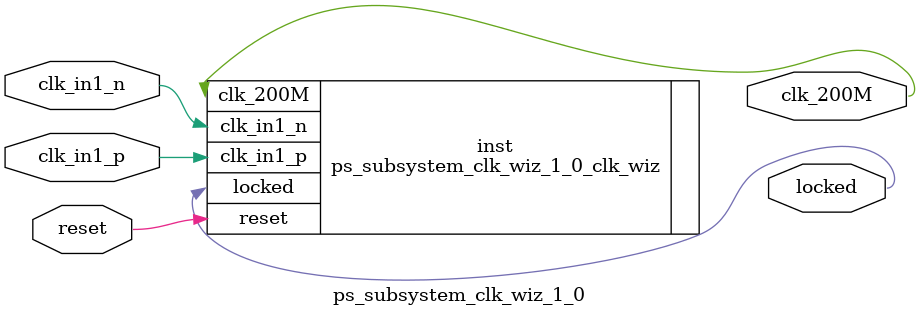
<source format=v>


`timescale 1ps/1ps

(* CORE_GENERATION_INFO = "ps_subsystem_clk_wiz_1_0,clk_wiz_v6_0_4_0_0,{component_name=ps_subsystem_clk_wiz_1_0,use_phase_alignment=false,use_min_o_jitter=false,use_max_i_jitter=false,use_dyn_phase_shift=false,use_inclk_switchover=false,use_dyn_reconfig=false,enable_axi=0,feedback_source=FDBK_AUTO,PRIMITIVE=MMCM,num_out_clk=1,clkin1_period=8.000,clkin2_period=10.000,use_power_down=false,use_reset=true,use_locked=true,use_inclk_stopped=false,feedback_type=SINGLE,CLOCK_MGR_TYPE=NA,manual_override=false}" *)

module ps_subsystem_clk_wiz_1_0 
 (
  // Clock out ports
  output        clk_200M,
  // Status and control signals
  input         reset,
  output        locked,
 // Clock in ports
  input         clk_in1_p,
  input         clk_in1_n
 );

  ps_subsystem_clk_wiz_1_0_clk_wiz inst
  (
  // Clock out ports  
  .clk_200M(clk_200M),
  // Status and control signals               
  .reset(reset), 
  .locked(locked),
 // Clock in ports
  .clk_in1_p(clk_in1_p),
  .clk_in1_n(clk_in1_n)
  );

endmodule

</source>
